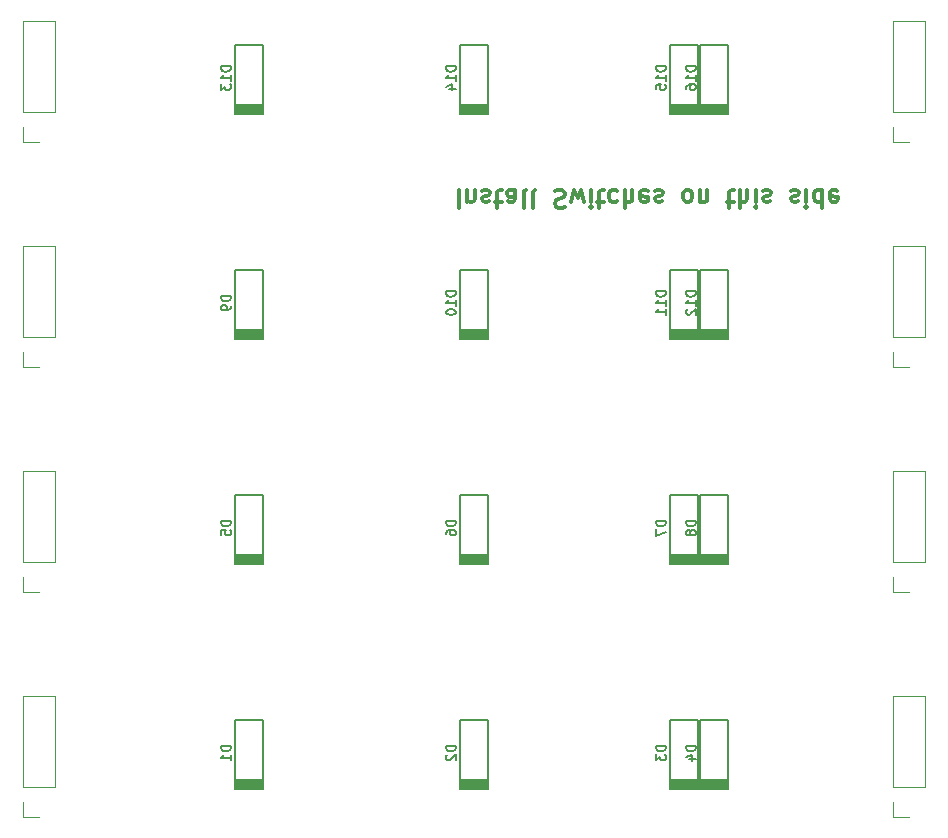
<source format=gbr>
G04 #@! TF.GenerationSoftware,KiCad,Pcbnew,(5.0.0)*
G04 #@! TF.CreationDate,2020-05-30T21:49:34-06:00*
G04 #@! TF.ProjectId,panel,70616E656C2E6B696361645F70636200,rev?*
G04 #@! TF.SameCoordinates,Original*
G04 #@! TF.FileFunction,Legend,Bot*
G04 #@! TF.FilePolarity,Positive*
%FSLAX46Y46*%
G04 Gerber Fmt 4.6, Leading zero omitted, Abs format (unit mm)*
G04 Created by KiCad (PCBNEW (5.0.0)) date 05/30/20 21:49:34*
%MOMM*%
%LPD*%
G01*
G04 APERTURE LIST*
%ADD10C,0.300000*%
%ADD11C,0.200000*%
%ADD12C,0.120000*%
%ADD13C,0.150000*%
G04 APERTURE END LIST*
D10*
X78796285Y-55371428D02*
X78796285Y-56871428D01*
X79510571Y-56371428D02*
X79510571Y-55371428D01*
X79510571Y-56228571D02*
X79582000Y-56300000D01*
X79724857Y-56371428D01*
X79939142Y-56371428D01*
X80082000Y-56300000D01*
X80153428Y-56157142D01*
X80153428Y-55371428D01*
X80796285Y-55442857D02*
X80939142Y-55371428D01*
X81224857Y-55371428D01*
X81367714Y-55442857D01*
X81439142Y-55585714D01*
X81439142Y-55657142D01*
X81367714Y-55800000D01*
X81224857Y-55871428D01*
X81010571Y-55871428D01*
X80867714Y-55942857D01*
X80796285Y-56085714D01*
X80796285Y-56157142D01*
X80867714Y-56300000D01*
X81010571Y-56371428D01*
X81224857Y-56371428D01*
X81367714Y-56300000D01*
X81867714Y-56371428D02*
X82439142Y-56371428D01*
X82082000Y-56871428D02*
X82082000Y-55585714D01*
X82153428Y-55442857D01*
X82296285Y-55371428D01*
X82439142Y-55371428D01*
X83582000Y-55371428D02*
X83582000Y-56157142D01*
X83510571Y-56300000D01*
X83367714Y-56371428D01*
X83082000Y-56371428D01*
X82939142Y-56300000D01*
X83582000Y-55442857D02*
X83439142Y-55371428D01*
X83082000Y-55371428D01*
X82939142Y-55442857D01*
X82867714Y-55585714D01*
X82867714Y-55728571D01*
X82939142Y-55871428D01*
X83082000Y-55942857D01*
X83439142Y-55942857D01*
X83582000Y-56014285D01*
X84510571Y-55371428D02*
X84367714Y-55442857D01*
X84296285Y-55585714D01*
X84296285Y-56871428D01*
X85296285Y-55371428D02*
X85153428Y-55442857D01*
X85082000Y-55585714D01*
X85082000Y-56871428D01*
X86939142Y-55442857D02*
X87153428Y-55371428D01*
X87510571Y-55371428D01*
X87653428Y-55442857D01*
X87724857Y-55514285D01*
X87796285Y-55657142D01*
X87796285Y-55800000D01*
X87724857Y-55942857D01*
X87653428Y-56014285D01*
X87510571Y-56085714D01*
X87224857Y-56157142D01*
X87082000Y-56228571D01*
X87010571Y-56300000D01*
X86939142Y-56442857D01*
X86939142Y-56585714D01*
X87010571Y-56728571D01*
X87082000Y-56800000D01*
X87224857Y-56871428D01*
X87582000Y-56871428D01*
X87796285Y-56800000D01*
X88296285Y-56371428D02*
X88582000Y-55371428D01*
X88867714Y-56085714D01*
X89153428Y-55371428D01*
X89439142Y-56371428D01*
X90010571Y-55371428D02*
X90010571Y-56371428D01*
X90010571Y-56871428D02*
X89939142Y-56800000D01*
X90010571Y-56728571D01*
X90082000Y-56800000D01*
X90010571Y-56871428D01*
X90010571Y-56728571D01*
X90510571Y-56371428D02*
X91082000Y-56371428D01*
X90724857Y-56871428D02*
X90724857Y-55585714D01*
X90796285Y-55442857D01*
X90939142Y-55371428D01*
X91082000Y-55371428D01*
X92224857Y-55442857D02*
X92082000Y-55371428D01*
X91796285Y-55371428D01*
X91653428Y-55442857D01*
X91582000Y-55514285D01*
X91510571Y-55657142D01*
X91510571Y-56085714D01*
X91582000Y-56228571D01*
X91653428Y-56300000D01*
X91796285Y-56371428D01*
X92082000Y-56371428D01*
X92224857Y-56300000D01*
X92867714Y-55371428D02*
X92867714Y-56871428D01*
X93510571Y-55371428D02*
X93510571Y-56157142D01*
X93439142Y-56300000D01*
X93296285Y-56371428D01*
X93082000Y-56371428D01*
X92939142Y-56300000D01*
X92867714Y-56228571D01*
X94796285Y-55442857D02*
X94653428Y-55371428D01*
X94367714Y-55371428D01*
X94224857Y-55442857D01*
X94153428Y-55585714D01*
X94153428Y-56157142D01*
X94224857Y-56300000D01*
X94367714Y-56371428D01*
X94653428Y-56371428D01*
X94796285Y-56300000D01*
X94867714Y-56157142D01*
X94867714Y-56014285D01*
X94153428Y-55871428D01*
X95439142Y-55442857D02*
X95582000Y-55371428D01*
X95867714Y-55371428D01*
X96010571Y-55442857D01*
X96082000Y-55585714D01*
X96082000Y-55657142D01*
X96010571Y-55800000D01*
X95867714Y-55871428D01*
X95653428Y-55871428D01*
X95510571Y-55942857D01*
X95439142Y-56085714D01*
X95439142Y-56157142D01*
X95510571Y-56300000D01*
X95653428Y-56371428D01*
X95867714Y-56371428D01*
X96010571Y-56300000D01*
X98082000Y-55371428D02*
X97939142Y-55442857D01*
X97867714Y-55514285D01*
X97796285Y-55657142D01*
X97796285Y-56085714D01*
X97867714Y-56228571D01*
X97939142Y-56300000D01*
X98082000Y-56371428D01*
X98296285Y-56371428D01*
X98439142Y-56300000D01*
X98510571Y-56228571D01*
X98582000Y-56085714D01*
X98582000Y-55657142D01*
X98510571Y-55514285D01*
X98439142Y-55442857D01*
X98296285Y-55371428D01*
X98082000Y-55371428D01*
X99224857Y-56371428D02*
X99224857Y-55371428D01*
X99224857Y-56228571D02*
X99296285Y-56300000D01*
X99439142Y-56371428D01*
X99653428Y-56371428D01*
X99796285Y-56300000D01*
X99867714Y-56157142D01*
X99867714Y-55371428D01*
X101510571Y-56371428D02*
X102082000Y-56371428D01*
X101724857Y-56871428D02*
X101724857Y-55585714D01*
X101796285Y-55442857D01*
X101939142Y-55371428D01*
X102082000Y-55371428D01*
X102582000Y-55371428D02*
X102582000Y-56871428D01*
X103224857Y-55371428D02*
X103224857Y-56157142D01*
X103153428Y-56300000D01*
X103010571Y-56371428D01*
X102796285Y-56371428D01*
X102653428Y-56300000D01*
X102582000Y-56228571D01*
X103939142Y-55371428D02*
X103939142Y-56371428D01*
X103939142Y-56871428D02*
X103867714Y-56800000D01*
X103939142Y-56728571D01*
X104010571Y-56800000D01*
X103939142Y-56871428D01*
X103939142Y-56728571D01*
X104582000Y-55442857D02*
X104724857Y-55371428D01*
X105010571Y-55371428D01*
X105153428Y-55442857D01*
X105224857Y-55585714D01*
X105224857Y-55657142D01*
X105153428Y-55800000D01*
X105010571Y-55871428D01*
X104796285Y-55871428D01*
X104653428Y-55942857D01*
X104582000Y-56085714D01*
X104582000Y-56157142D01*
X104653428Y-56300000D01*
X104796285Y-56371428D01*
X105010571Y-56371428D01*
X105153428Y-56300000D01*
X106939142Y-55442857D02*
X107082000Y-55371428D01*
X107367714Y-55371428D01*
X107510571Y-55442857D01*
X107582000Y-55585714D01*
X107582000Y-55657142D01*
X107510571Y-55800000D01*
X107367714Y-55871428D01*
X107153428Y-55871428D01*
X107010571Y-55942857D01*
X106939142Y-56085714D01*
X106939142Y-56157142D01*
X107010571Y-56300000D01*
X107153428Y-56371428D01*
X107367714Y-56371428D01*
X107510571Y-56300000D01*
X108224857Y-55371428D02*
X108224857Y-56371428D01*
X108224857Y-56871428D02*
X108153428Y-56800000D01*
X108224857Y-56728571D01*
X108296285Y-56800000D01*
X108224857Y-56871428D01*
X108224857Y-56728571D01*
X109582000Y-55371428D02*
X109582000Y-56871428D01*
X109582000Y-55442857D02*
X109439142Y-55371428D01*
X109153428Y-55371428D01*
X109010571Y-55442857D01*
X108939142Y-55514285D01*
X108867714Y-55657142D01*
X108867714Y-56085714D01*
X108939142Y-56228571D01*
X109010571Y-56300000D01*
X109153428Y-56371428D01*
X109439142Y-56371428D01*
X109582000Y-56300000D01*
X110867714Y-55442857D02*
X110724857Y-55371428D01*
X110439142Y-55371428D01*
X110296285Y-55442857D01*
X110224857Y-55585714D01*
X110224857Y-56157142D01*
X110296285Y-56300000D01*
X110439142Y-56371428D01*
X110724857Y-56371428D01*
X110867714Y-56300000D01*
X110939142Y-56157142D01*
X110939142Y-56014285D01*
X110224857Y-55871428D01*
D11*
G04 #@! TO.C,D16*
X99220000Y-43090000D02*
X99220000Y-48890000D01*
X101620000Y-43090000D02*
X99220000Y-43090000D01*
X101620000Y-48890000D02*
X101620000Y-43090000D01*
X101620000Y-48815000D02*
X99220000Y-48815000D01*
X101620000Y-48690000D02*
X99220000Y-48690000D01*
X99220000Y-48915000D02*
X101620000Y-48915000D01*
X101620000Y-48515000D02*
X99220000Y-48515000D01*
X101620000Y-48340000D02*
X99220000Y-48340000D01*
X101620000Y-48165000D02*
X99220000Y-48165000D01*
G04 #@! TO.C,D2*
X78900000Y-100240000D02*
X78900000Y-106040000D01*
X81300000Y-100240000D02*
X78900000Y-100240000D01*
X81300000Y-106040000D02*
X81300000Y-100240000D01*
X81300000Y-105965000D02*
X78900000Y-105965000D01*
X81300000Y-105840000D02*
X78900000Y-105840000D01*
X78900000Y-106065000D02*
X81300000Y-106065000D01*
X81300000Y-105665000D02*
X78900000Y-105665000D01*
X81300000Y-105490000D02*
X78900000Y-105490000D01*
X81300000Y-105315000D02*
X78900000Y-105315000D01*
D12*
G04 #@! TO.C,J1*
X41940000Y-98217500D02*
X44600000Y-98217500D01*
X41940000Y-105897500D02*
X41940000Y-98217500D01*
X44600000Y-105897500D02*
X44600000Y-98217500D01*
X41940000Y-105897500D02*
X44600000Y-105897500D01*
X41940000Y-107167500D02*
X41940000Y-108497500D01*
X41940000Y-108497500D02*
X43270000Y-108497500D01*
G04 #@! TO.C,J2*
X41940000Y-89447500D02*
X43270000Y-89447500D01*
X41940000Y-88117500D02*
X41940000Y-89447500D01*
X41940000Y-86847500D02*
X44600000Y-86847500D01*
X44600000Y-86847500D02*
X44600000Y-79167500D01*
X41940000Y-86847500D02*
X41940000Y-79167500D01*
X41940000Y-79167500D02*
X44600000Y-79167500D01*
G04 #@! TO.C,J3*
X41940000Y-60117500D02*
X44600000Y-60117500D01*
X41940000Y-67797500D02*
X41940000Y-60117500D01*
X44600000Y-67797500D02*
X44600000Y-60117500D01*
X41940000Y-67797500D02*
X44600000Y-67797500D01*
X41940000Y-69067500D02*
X41940000Y-70397500D01*
X41940000Y-70397500D02*
X43270000Y-70397500D01*
G04 #@! TO.C,J4*
X41940000Y-51347500D02*
X43270000Y-51347500D01*
X41940000Y-50017500D02*
X41940000Y-51347500D01*
X41940000Y-48747500D02*
X44600000Y-48747500D01*
X44600000Y-48747500D02*
X44600000Y-41067500D01*
X41940000Y-48747500D02*
X41940000Y-41067500D01*
X41940000Y-41067500D02*
X44600000Y-41067500D01*
G04 #@! TO.C,J5*
X115600000Y-98217500D02*
X118260000Y-98217500D01*
X115600000Y-105897500D02*
X115600000Y-98217500D01*
X118260000Y-105897500D02*
X118260000Y-98217500D01*
X115600000Y-105897500D02*
X118260000Y-105897500D01*
X115600000Y-107167500D02*
X115600000Y-108497500D01*
X115600000Y-108497500D02*
X116930000Y-108497500D01*
G04 #@! TO.C,J6*
X115600000Y-89447500D02*
X116930000Y-89447500D01*
X115600000Y-88117500D02*
X115600000Y-89447500D01*
X115600000Y-86847500D02*
X118260000Y-86847500D01*
X118260000Y-86847500D02*
X118260000Y-79167500D01*
X115600000Y-86847500D02*
X115600000Y-79167500D01*
X115600000Y-79167500D02*
X118260000Y-79167500D01*
G04 #@! TO.C,J7*
X115600000Y-60117500D02*
X118260000Y-60117500D01*
X115600000Y-67797500D02*
X115600000Y-60117500D01*
X118260000Y-67797500D02*
X118260000Y-60117500D01*
X115600000Y-67797500D02*
X118260000Y-67797500D01*
X115600000Y-69067500D02*
X115600000Y-70397500D01*
X115600000Y-70397500D02*
X116930000Y-70397500D01*
G04 #@! TO.C,J8*
X115600000Y-51347500D02*
X116930000Y-51347500D01*
X115600000Y-50017500D02*
X115600000Y-51347500D01*
X115600000Y-48747500D02*
X118260000Y-48747500D01*
X118260000Y-48747500D02*
X118260000Y-41067500D01*
X115600000Y-48747500D02*
X115600000Y-41067500D01*
X115600000Y-41067500D02*
X118260000Y-41067500D01*
D11*
G04 #@! TO.C,D1*
X59850000Y-100240000D02*
X59850000Y-106040000D01*
X62250000Y-100240000D02*
X59850000Y-100240000D01*
X62250000Y-106040000D02*
X62250000Y-100240000D01*
X62250000Y-105965000D02*
X59850000Y-105965000D01*
X62250000Y-105840000D02*
X59850000Y-105840000D01*
X59850000Y-106065000D02*
X62250000Y-106065000D01*
X62250000Y-105665000D02*
X59850000Y-105665000D01*
X62250000Y-105490000D02*
X59850000Y-105490000D01*
X62250000Y-105315000D02*
X59850000Y-105315000D01*
G04 #@! TO.C,D3*
X99080000Y-105315000D02*
X96680000Y-105315000D01*
X99080000Y-105490000D02*
X96680000Y-105490000D01*
X99080000Y-105665000D02*
X96680000Y-105665000D01*
X96680000Y-106065000D02*
X99080000Y-106065000D01*
X99080000Y-105840000D02*
X96680000Y-105840000D01*
X99080000Y-105965000D02*
X96680000Y-105965000D01*
X99080000Y-106040000D02*
X99080000Y-100240000D01*
X99080000Y-100240000D02*
X96680000Y-100240000D01*
X96680000Y-100240000D02*
X96680000Y-106040000D01*
G04 #@! TO.C,D4*
X101620000Y-105315000D02*
X99220000Y-105315000D01*
X101620000Y-105490000D02*
X99220000Y-105490000D01*
X101620000Y-105665000D02*
X99220000Y-105665000D01*
X99220000Y-106065000D02*
X101620000Y-106065000D01*
X101620000Y-105840000D02*
X99220000Y-105840000D01*
X101620000Y-105965000D02*
X99220000Y-105965000D01*
X101620000Y-106040000D02*
X101620000Y-100240000D01*
X101620000Y-100240000D02*
X99220000Y-100240000D01*
X99220000Y-100240000D02*
X99220000Y-106040000D01*
G04 #@! TO.C,D5*
X59850000Y-81190000D02*
X59850000Y-86990000D01*
X62250000Y-81190000D02*
X59850000Y-81190000D01*
X62250000Y-86990000D02*
X62250000Y-81190000D01*
X62250000Y-86915000D02*
X59850000Y-86915000D01*
X62250000Y-86790000D02*
X59850000Y-86790000D01*
X59850000Y-87015000D02*
X62250000Y-87015000D01*
X62250000Y-86615000D02*
X59850000Y-86615000D01*
X62250000Y-86440000D02*
X59850000Y-86440000D01*
X62250000Y-86265000D02*
X59850000Y-86265000D01*
G04 #@! TO.C,D6*
X81300000Y-86265000D02*
X78900000Y-86265000D01*
X81300000Y-86440000D02*
X78900000Y-86440000D01*
X81300000Y-86615000D02*
X78900000Y-86615000D01*
X78900000Y-87015000D02*
X81300000Y-87015000D01*
X81300000Y-86790000D02*
X78900000Y-86790000D01*
X81300000Y-86915000D02*
X78900000Y-86915000D01*
X81300000Y-86990000D02*
X81300000Y-81190000D01*
X81300000Y-81190000D02*
X78900000Y-81190000D01*
X78900000Y-81190000D02*
X78900000Y-86990000D01*
G04 #@! TO.C,D7*
X96680000Y-81190000D02*
X96680000Y-86990000D01*
X99080000Y-81190000D02*
X96680000Y-81190000D01*
X99080000Y-86990000D02*
X99080000Y-81190000D01*
X99080000Y-86915000D02*
X96680000Y-86915000D01*
X99080000Y-86790000D02*
X96680000Y-86790000D01*
X96680000Y-87015000D02*
X99080000Y-87015000D01*
X99080000Y-86615000D02*
X96680000Y-86615000D01*
X99080000Y-86440000D02*
X96680000Y-86440000D01*
X99080000Y-86265000D02*
X96680000Y-86265000D01*
G04 #@! TO.C,D8*
X101620000Y-86265000D02*
X99220000Y-86265000D01*
X101620000Y-86440000D02*
X99220000Y-86440000D01*
X101620000Y-86615000D02*
X99220000Y-86615000D01*
X99220000Y-87015000D02*
X101620000Y-87015000D01*
X101620000Y-86790000D02*
X99220000Y-86790000D01*
X101620000Y-86915000D02*
X99220000Y-86915000D01*
X101620000Y-86990000D02*
X101620000Y-81190000D01*
X101620000Y-81190000D02*
X99220000Y-81190000D01*
X99220000Y-81190000D02*
X99220000Y-86990000D01*
G04 #@! TO.C,D9*
X62250000Y-67215000D02*
X59850000Y-67215000D01*
X62250000Y-67390000D02*
X59850000Y-67390000D01*
X62250000Y-67565000D02*
X59850000Y-67565000D01*
X59850000Y-67965000D02*
X62250000Y-67965000D01*
X62250000Y-67740000D02*
X59850000Y-67740000D01*
X62250000Y-67865000D02*
X59850000Y-67865000D01*
X62250000Y-67940000D02*
X62250000Y-62140000D01*
X62250000Y-62140000D02*
X59850000Y-62140000D01*
X59850000Y-62140000D02*
X59850000Y-67940000D01*
G04 #@! TO.C,D10*
X78900000Y-62140000D02*
X78900000Y-67940000D01*
X81300000Y-62140000D02*
X78900000Y-62140000D01*
X81300000Y-67940000D02*
X81300000Y-62140000D01*
X81300000Y-67865000D02*
X78900000Y-67865000D01*
X81300000Y-67740000D02*
X78900000Y-67740000D01*
X78900000Y-67965000D02*
X81300000Y-67965000D01*
X81300000Y-67565000D02*
X78900000Y-67565000D01*
X81300000Y-67390000D02*
X78900000Y-67390000D01*
X81300000Y-67215000D02*
X78900000Y-67215000D01*
G04 #@! TO.C,D11*
X99080000Y-67215000D02*
X96680000Y-67215000D01*
X99080000Y-67390000D02*
X96680000Y-67390000D01*
X99080000Y-67565000D02*
X96680000Y-67565000D01*
X96680000Y-67965000D02*
X99080000Y-67965000D01*
X99080000Y-67740000D02*
X96680000Y-67740000D01*
X99080000Y-67865000D02*
X96680000Y-67865000D01*
X99080000Y-67940000D02*
X99080000Y-62140000D01*
X99080000Y-62140000D02*
X96680000Y-62140000D01*
X96680000Y-62140000D02*
X96680000Y-67940000D01*
G04 #@! TO.C,D12*
X99220000Y-62140000D02*
X99220000Y-67940000D01*
X101620000Y-62140000D02*
X99220000Y-62140000D01*
X101620000Y-67940000D02*
X101620000Y-62140000D01*
X101620000Y-67865000D02*
X99220000Y-67865000D01*
X101620000Y-67740000D02*
X99220000Y-67740000D01*
X99220000Y-67965000D02*
X101620000Y-67965000D01*
X101620000Y-67565000D02*
X99220000Y-67565000D01*
X101620000Y-67390000D02*
X99220000Y-67390000D01*
X101620000Y-67215000D02*
X99220000Y-67215000D01*
G04 #@! TO.C,D13*
X59850000Y-43090000D02*
X59850000Y-48890000D01*
X62250000Y-43090000D02*
X59850000Y-43090000D01*
X62250000Y-48890000D02*
X62250000Y-43090000D01*
X62250000Y-48815000D02*
X59850000Y-48815000D01*
X62250000Y-48690000D02*
X59850000Y-48690000D01*
X59850000Y-48915000D02*
X62250000Y-48915000D01*
X62250000Y-48515000D02*
X59850000Y-48515000D01*
X62250000Y-48340000D02*
X59850000Y-48340000D01*
X62250000Y-48165000D02*
X59850000Y-48165000D01*
G04 #@! TO.C,D14*
X81300000Y-48165000D02*
X78900000Y-48165000D01*
X81300000Y-48340000D02*
X78900000Y-48340000D01*
X81300000Y-48515000D02*
X78900000Y-48515000D01*
X78900000Y-48915000D02*
X81300000Y-48915000D01*
X81300000Y-48690000D02*
X78900000Y-48690000D01*
X81300000Y-48815000D02*
X78900000Y-48815000D01*
X81300000Y-48890000D02*
X81300000Y-43090000D01*
X81300000Y-43090000D02*
X78900000Y-43090000D01*
X78900000Y-43090000D02*
X78900000Y-48890000D01*
G04 #@! TO.C,D15*
X99080000Y-48165000D02*
X96680000Y-48165000D01*
X99080000Y-48340000D02*
X96680000Y-48340000D01*
X99080000Y-48515000D02*
X96680000Y-48515000D01*
X96680000Y-48915000D02*
X99080000Y-48915000D01*
X99080000Y-48690000D02*
X96680000Y-48690000D01*
X99080000Y-48815000D02*
X96680000Y-48815000D01*
X99080000Y-48890000D02*
X99080000Y-43090000D01*
X99080000Y-43090000D02*
X96680000Y-43090000D01*
X96680000Y-43090000D02*
X96680000Y-48890000D01*
G04 #@! TO.C,D16*
D13*
X98856904Y-44918571D02*
X98056904Y-44918571D01*
X98056904Y-45109047D01*
X98095000Y-45223333D01*
X98171190Y-45299523D01*
X98247380Y-45337619D01*
X98399761Y-45375714D01*
X98514047Y-45375714D01*
X98666428Y-45337619D01*
X98742619Y-45299523D01*
X98818809Y-45223333D01*
X98856904Y-45109047D01*
X98856904Y-44918571D01*
X98856904Y-46137619D02*
X98856904Y-45680476D01*
X98856904Y-45909047D02*
X98056904Y-45909047D01*
X98171190Y-45832857D01*
X98247380Y-45756666D01*
X98285476Y-45680476D01*
X98056904Y-46823333D02*
X98056904Y-46670952D01*
X98095000Y-46594761D01*
X98133095Y-46556666D01*
X98247380Y-46480476D01*
X98399761Y-46442380D01*
X98704523Y-46442380D01*
X98780714Y-46480476D01*
X98818809Y-46518571D01*
X98856904Y-46594761D01*
X98856904Y-46747142D01*
X98818809Y-46823333D01*
X98780714Y-46861428D01*
X98704523Y-46899523D01*
X98514047Y-46899523D01*
X98437857Y-46861428D01*
X98399761Y-46823333D01*
X98361666Y-46747142D01*
X98361666Y-46594761D01*
X98399761Y-46518571D01*
X98437857Y-46480476D01*
X98514047Y-46442380D01*
G04 #@! TO.C,D2*
X78536904Y-102449523D02*
X77736904Y-102449523D01*
X77736904Y-102640000D01*
X77775000Y-102754285D01*
X77851190Y-102830476D01*
X77927380Y-102868571D01*
X78079761Y-102906666D01*
X78194047Y-102906666D01*
X78346428Y-102868571D01*
X78422619Y-102830476D01*
X78498809Y-102754285D01*
X78536904Y-102640000D01*
X78536904Y-102449523D01*
X77813095Y-103211428D02*
X77775000Y-103249523D01*
X77736904Y-103325714D01*
X77736904Y-103516190D01*
X77775000Y-103592380D01*
X77813095Y-103630476D01*
X77889285Y-103668571D01*
X77965476Y-103668571D01*
X78079761Y-103630476D01*
X78536904Y-103173333D01*
X78536904Y-103668571D01*
G04 #@! TO.C,D1*
X59486904Y-102449523D02*
X58686904Y-102449523D01*
X58686904Y-102640000D01*
X58725000Y-102754285D01*
X58801190Y-102830476D01*
X58877380Y-102868571D01*
X59029761Y-102906666D01*
X59144047Y-102906666D01*
X59296428Y-102868571D01*
X59372619Y-102830476D01*
X59448809Y-102754285D01*
X59486904Y-102640000D01*
X59486904Y-102449523D01*
X59486904Y-103668571D02*
X59486904Y-103211428D01*
X59486904Y-103440000D02*
X58686904Y-103440000D01*
X58801190Y-103363809D01*
X58877380Y-103287619D01*
X58915476Y-103211428D01*
G04 #@! TO.C,D3*
X96316904Y-102449523D02*
X95516904Y-102449523D01*
X95516904Y-102640000D01*
X95555000Y-102754285D01*
X95631190Y-102830476D01*
X95707380Y-102868571D01*
X95859761Y-102906666D01*
X95974047Y-102906666D01*
X96126428Y-102868571D01*
X96202619Y-102830476D01*
X96278809Y-102754285D01*
X96316904Y-102640000D01*
X96316904Y-102449523D01*
X95516904Y-103173333D02*
X95516904Y-103668571D01*
X95821666Y-103401904D01*
X95821666Y-103516190D01*
X95859761Y-103592380D01*
X95897857Y-103630476D01*
X95974047Y-103668571D01*
X96164523Y-103668571D01*
X96240714Y-103630476D01*
X96278809Y-103592380D01*
X96316904Y-103516190D01*
X96316904Y-103287619D01*
X96278809Y-103211428D01*
X96240714Y-103173333D01*
G04 #@! TO.C,D4*
X98856904Y-102449523D02*
X98056904Y-102449523D01*
X98056904Y-102640000D01*
X98095000Y-102754285D01*
X98171190Y-102830476D01*
X98247380Y-102868571D01*
X98399761Y-102906666D01*
X98514047Y-102906666D01*
X98666428Y-102868571D01*
X98742619Y-102830476D01*
X98818809Y-102754285D01*
X98856904Y-102640000D01*
X98856904Y-102449523D01*
X98323571Y-103592380D02*
X98856904Y-103592380D01*
X98018809Y-103401904D02*
X98590238Y-103211428D01*
X98590238Y-103706666D01*
G04 #@! TO.C,D5*
X59486904Y-83399523D02*
X58686904Y-83399523D01*
X58686904Y-83590000D01*
X58725000Y-83704285D01*
X58801190Y-83780476D01*
X58877380Y-83818571D01*
X59029761Y-83856666D01*
X59144047Y-83856666D01*
X59296428Y-83818571D01*
X59372619Y-83780476D01*
X59448809Y-83704285D01*
X59486904Y-83590000D01*
X59486904Y-83399523D01*
X58686904Y-84580476D02*
X58686904Y-84199523D01*
X59067857Y-84161428D01*
X59029761Y-84199523D01*
X58991666Y-84275714D01*
X58991666Y-84466190D01*
X59029761Y-84542380D01*
X59067857Y-84580476D01*
X59144047Y-84618571D01*
X59334523Y-84618571D01*
X59410714Y-84580476D01*
X59448809Y-84542380D01*
X59486904Y-84466190D01*
X59486904Y-84275714D01*
X59448809Y-84199523D01*
X59410714Y-84161428D01*
G04 #@! TO.C,D6*
X78536904Y-83399523D02*
X77736904Y-83399523D01*
X77736904Y-83590000D01*
X77775000Y-83704285D01*
X77851190Y-83780476D01*
X77927380Y-83818571D01*
X78079761Y-83856666D01*
X78194047Y-83856666D01*
X78346428Y-83818571D01*
X78422619Y-83780476D01*
X78498809Y-83704285D01*
X78536904Y-83590000D01*
X78536904Y-83399523D01*
X77736904Y-84542380D02*
X77736904Y-84390000D01*
X77775000Y-84313809D01*
X77813095Y-84275714D01*
X77927380Y-84199523D01*
X78079761Y-84161428D01*
X78384523Y-84161428D01*
X78460714Y-84199523D01*
X78498809Y-84237619D01*
X78536904Y-84313809D01*
X78536904Y-84466190D01*
X78498809Y-84542380D01*
X78460714Y-84580476D01*
X78384523Y-84618571D01*
X78194047Y-84618571D01*
X78117857Y-84580476D01*
X78079761Y-84542380D01*
X78041666Y-84466190D01*
X78041666Y-84313809D01*
X78079761Y-84237619D01*
X78117857Y-84199523D01*
X78194047Y-84161428D01*
G04 #@! TO.C,D7*
X96316904Y-83399523D02*
X95516904Y-83399523D01*
X95516904Y-83590000D01*
X95555000Y-83704285D01*
X95631190Y-83780476D01*
X95707380Y-83818571D01*
X95859761Y-83856666D01*
X95974047Y-83856666D01*
X96126428Y-83818571D01*
X96202619Y-83780476D01*
X96278809Y-83704285D01*
X96316904Y-83590000D01*
X96316904Y-83399523D01*
X95516904Y-84123333D02*
X95516904Y-84656666D01*
X96316904Y-84313809D01*
G04 #@! TO.C,D8*
X98856904Y-83399523D02*
X98056904Y-83399523D01*
X98056904Y-83590000D01*
X98095000Y-83704285D01*
X98171190Y-83780476D01*
X98247380Y-83818571D01*
X98399761Y-83856666D01*
X98514047Y-83856666D01*
X98666428Y-83818571D01*
X98742619Y-83780476D01*
X98818809Y-83704285D01*
X98856904Y-83590000D01*
X98856904Y-83399523D01*
X98399761Y-84313809D02*
X98361666Y-84237619D01*
X98323571Y-84199523D01*
X98247380Y-84161428D01*
X98209285Y-84161428D01*
X98133095Y-84199523D01*
X98095000Y-84237619D01*
X98056904Y-84313809D01*
X98056904Y-84466190D01*
X98095000Y-84542380D01*
X98133095Y-84580476D01*
X98209285Y-84618571D01*
X98247380Y-84618571D01*
X98323571Y-84580476D01*
X98361666Y-84542380D01*
X98399761Y-84466190D01*
X98399761Y-84313809D01*
X98437857Y-84237619D01*
X98475952Y-84199523D01*
X98552142Y-84161428D01*
X98704523Y-84161428D01*
X98780714Y-84199523D01*
X98818809Y-84237619D01*
X98856904Y-84313809D01*
X98856904Y-84466190D01*
X98818809Y-84542380D01*
X98780714Y-84580476D01*
X98704523Y-84618571D01*
X98552142Y-84618571D01*
X98475952Y-84580476D01*
X98437857Y-84542380D01*
X98399761Y-84466190D01*
G04 #@! TO.C,D9*
X59486904Y-64349523D02*
X58686904Y-64349523D01*
X58686904Y-64540000D01*
X58725000Y-64654285D01*
X58801190Y-64730476D01*
X58877380Y-64768571D01*
X59029761Y-64806666D01*
X59144047Y-64806666D01*
X59296428Y-64768571D01*
X59372619Y-64730476D01*
X59448809Y-64654285D01*
X59486904Y-64540000D01*
X59486904Y-64349523D01*
X59486904Y-65187619D02*
X59486904Y-65340000D01*
X59448809Y-65416190D01*
X59410714Y-65454285D01*
X59296428Y-65530476D01*
X59144047Y-65568571D01*
X58839285Y-65568571D01*
X58763095Y-65530476D01*
X58725000Y-65492380D01*
X58686904Y-65416190D01*
X58686904Y-65263809D01*
X58725000Y-65187619D01*
X58763095Y-65149523D01*
X58839285Y-65111428D01*
X59029761Y-65111428D01*
X59105952Y-65149523D01*
X59144047Y-65187619D01*
X59182142Y-65263809D01*
X59182142Y-65416190D01*
X59144047Y-65492380D01*
X59105952Y-65530476D01*
X59029761Y-65568571D01*
G04 #@! TO.C,D10*
X78536904Y-63968571D02*
X77736904Y-63968571D01*
X77736904Y-64159047D01*
X77775000Y-64273333D01*
X77851190Y-64349523D01*
X77927380Y-64387619D01*
X78079761Y-64425714D01*
X78194047Y-64425714D01*
X78346428Y-64387619D01*
X78422619Y-64349523D01*
X78498809Y-64273333D01*
X78536904Y-64159047D01*
X78536904Y-63968571D01*
X78536904Y-65187619D02*
X78536904Y-64730476D01*
X78536904Y-64959047D02*
X77736904Y-64959047D01*
X77851190Y-64882857D01*
X77927380Y-64806666D01*
X77965476Y-64730476D01*
X77736904Y-65682857D02*
X77736904Y-65759047D01*
X77775000Y-65835238D01*
X77813095Y-65873333D01*
X77889285Y-65911428D01*
X78041666Y-65949523D01*
X78232142Y-65949523D01*
X78384523Y-65911428D01*
X78460714Y-65873333D01*
X78498809Y-65835238D01*
X78536904Y-65759047D01*
X78536904Y-65682857D01*
X78498809Y-65606666D01*
X78460714Y-65568571D01*
X78384523Y-65530476D01*
X78232142Y-65492380D01*
X78041666Y-65492380D01*
X77889285Y-65530476D01*
X77813095Y-65568571D01*
X77775000Y-65606666D01*
X77736904Y-65682857D01*
G04 #@! TO.C,D11*
X96316904Y-63968571D02*
X95516904Y-63968571D01*
X95516904Y-64159047D01*
X95555000Y-64273333D01*
X95631190Y-64349523D01*
X95707380Y-64387619D01*
X95859761Y-64425714D01*
X95974047Y-64425714D01*
X96126428Y-64387619D01*
X96202619Y-64349523D01*
X96278809Y-64273333D01*
X96316904Y-64159047D01*
X96316904Y-63968571D01*
X96316904Y-65187619D02*
X96316904Y-64730476D01*
X96316904Y-64959047D02*
X95516904Y-64959047D01*
X95631190Y-64882857D01*
X95707380Y-64806666D01*
X95745476Y-64730476D01*
X96316904Y-65949523D02*
X96316904Y-65492380D01*
X96316904Y-65720952D02*
X95516904Y-65720952D01*
X95631190Y-65644761D01*
X95707380Y-65568571D01*
X95745476Y-65492380D01*
G04 #@! TO.C,D12*
X98856904Y-63968571D02*
X98056904Y-63968571D01*
X98056904Y-64159047D01*
X98095000Y-64273333D01*
X98171190Y-64349523D01*
X98247380Y-64387619D01*
X98399761Y-64425714D01*
X98514047Y-64425714D01*
X98666428Y-64387619D01*
X98742619Y-64349523D01*
X98818809Y-64273333D01*
X98856904Y-64159047D01*
X98856904Y-63968571D01*
X98856904Y-65187619D02*
X98856904Y-64730476D01*
X98856904Y-64959047D02*
X98056904Y-64959047D01*
X98171190Y-64882857D01*
X98247380Y-64806666D01*
X98285476Y-64730476D01*
X98133095Y-65492380D02*
X98095000Y-65530476D01*
X98056904Y-65606666D01*
X98056904Y-65797142D01*
X98095000Y-65873333D01*
X98133095Y-65911428D01*
X98209285Y-65949523D01*
X98285476Y-65949523D01*
X98399761Y-65911428D01*
X98856904Y-65454285D01*
X98856904Y-65949523D01*
G04 #@! TO.C,D13*
X59486904Y-44918571D02*
X58686904Y-44918571D01*
X58686904Y-45109047D01*
X58725000Y-45223333D01*
X58801190Y-45299523D01*
X58877380Y-45337619D01*
X59029761Y-45375714D01*
X59144047Y-45375714D01*
X59296428Y-45337619D01*
X59372619Y-45299523D01*
X59448809Y-45223333D01*
X59486904Y-45109047D01*
X59486904Y-44918571D01*
X59486904Y-46137619D02*
X59486904Y-45680476D01*
X59486904Y-45909047D02*
X58686904Y-45909047D01*
X58801190Y-45832857D01*
X58877380Y-45756666D01*
X58915476Y-45680476D01*
X58686904Y-46404285D02*
X58686904Y-46899523D01*
X58991666Y-46632857D01*
X58991666Y-46747142D01*
X59029761Y-46823333D01*
X59067857Y-46861428D01*
X59144047Y-46899523D01*
X59334523Y-46899523D01*
X59410714Y-46861428D01*
X59448809Y-46823333D01*
X59486904Y-46747142D01*
X59486904Y-46518571D01*
X59448809Y-46442380D01*
X59410714Y-46404285D01*
G04 #@! TO.C,D14*
X78536904Y-44918571D02*
X77736904Y-44918571D01*
X77736904Y-45109047D01*
X77775000Y-45223333D01*
X77851190Y-45299523D01*
X77927380Y-45337619D01*
X78079761Y-45375714D01*
X78194047Y-45375714D01*
X78346428Y-45337619D01*
X78422619Y-45299523D01*
X78498809Y-45223333D01*
X78536904Y-45109047D01*
X78536904Y-44918571D01*
X78536904Y-46137619D02*
X78536904Y-45680476D01*
X78536904Y-45909047D02*
X77736904Y-45909047D01*
X77851190Y-45832857D01*
X77927380Y-45756666D01*
X77965476Y-45680476D01*
X78003571Y-46823333D02*
X78536904Y-46823333D01*
X77698809Y-46632857D02*
X78270238Y-46442380D01*
X78270238Y-46937619D01*
G04 #@! TO.C,D15*
X96316904Y-44918571D02*
X95516904Y-44918571D01*
X95516904Y-45109047D01*
X95555000Y-45223333D01*
X95631190Y-45299523D01*
X95707380Y-45337619D01*
X95859761Y-45375714D01*
X95974047Y-45375714D01*
X96126428Y-45337619D01*
X96202619Y-45299523D01*
X96278809Y-45223333D01*
X96316904Y-45109047D01*
X96316904Y-44918571D01*
X96316904Y-46137619D02*
X96316904Y-45680476D01*
X96316904Y-45909047D02*
X95516904Y-45909047D01*
X95631190Y-45832857D01*
X95707380Y-45756666D01*
X95745476Y-45680476D01*
X95516904Y-46861428D02*
X95516904Y-46480476D01*
X95897857Y-46442380D01*
X95859761Y-46480476D01*
X95821666Y-46556666D01*
X95821666Y-46747142D01*
X95859761Y-46823333D01*
X95897857Y-46861428D01*
X95974047Y-46899523D01*
X96164523Y-46899523D01*
X96240714Y-46861428D01*
X96278809Y-46823333D01*
X96316904Y-46747142D01*
X96316904Y-46556666D01*
X96278809Y-46480476D01*
X96240714Y-46442380D01*
G04 #@! TD*
M02*

</source>
